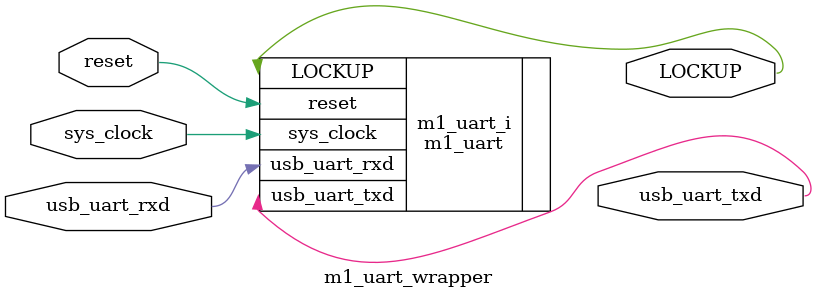
<source format=v>
`timescale 1 ps / 1 ps

module m1_uart_wrapper
   (LOCKUP,
    reset,
    sys_clock,
    usb_uart_rxd,
    usb_uart_txd);
  output LOCKUP;
  input reset;
  input sys_clock;
  input usb_uart_rxd;
  output usb_uart_txd;

  wire LOCKUP;
  wire reset;
  wire sys_clock;
  wire usb_uart_rxd;
  wire usb_uart_txd;

  m1_uart m1_uart_i
       (.LOCKUP(LOCKUP),
        .reset(reset),
        .sys_clock(sys_clock),
        .usb_uart_rxd(usb_uart_rxd),
        .usb_uart_txd(usb_uart_txd));
endmodule

</source>
